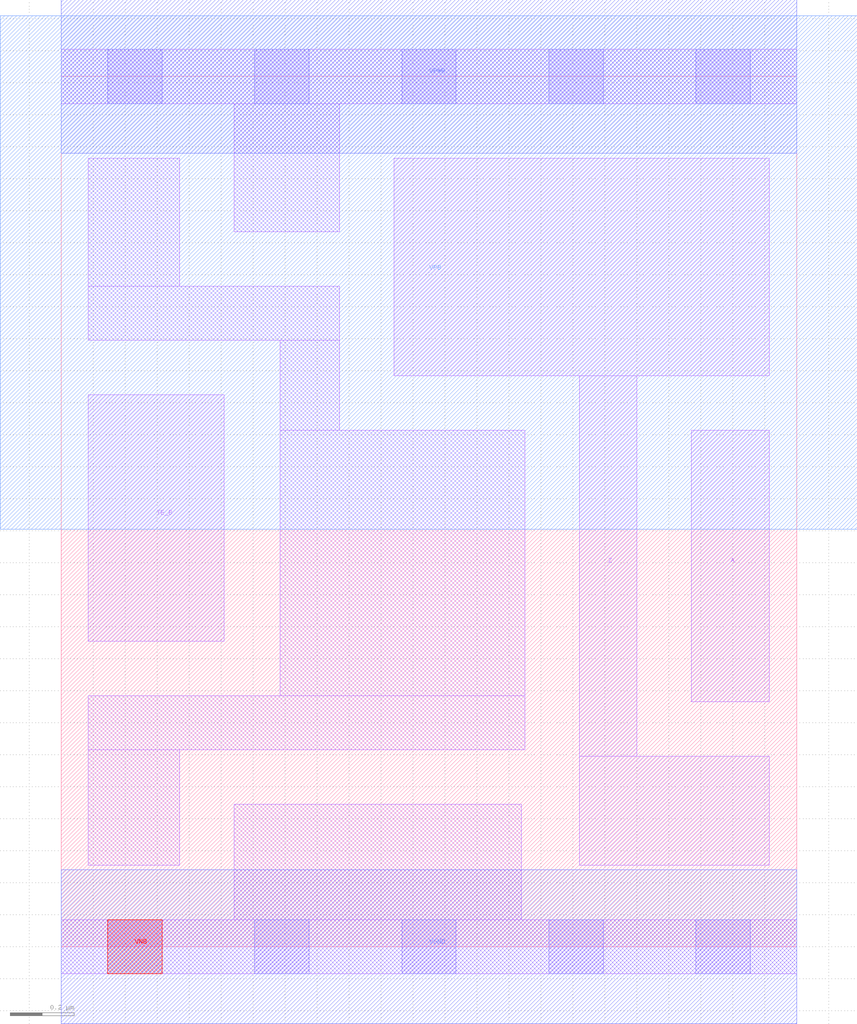
<source format=lef>
# Copyright 2020 The SkyWater PDK Authors
#
# Licensed under the Apache License, Version 2.0 (the "License");
# you may not use this file except in compliance with the License.
# You may obtain a copy of the License at
#
#     https://www.apache.org/licenses/LICENSE-2.0
#
# Unless required by applicable law or agreed to in writing, software
# distributed under the License is distributed on an "AS IS" BASIS,
# WITHOUT WARRANTIES OR CONDITIONS OF ANY KIND, either express or implied.
# See the License for the specific language governing permissions and
# limitations under the License.
#
# SPDX-License-Identifier: Apache-2.0

VERSION 5.7 ;
  NOWIREEXTENSIONATPIN ON ;
  DIVIDERCHAR "/" ;
  BUSBITCHARS "[]" ;
MACRO sky130_fd_sc_hd__einvn_1
  CLASS CORE ;
  FOREIGN sky130_fd_sc_hd__einvn_1 ;
  ORIGIN  0.000000  0.000000 ;
  SIZE  2.300000 BY  2.720000 ;
  SYMMETRY X Y R90 ;
  SITE unithd ;
  PIN A
    ANTENNAGATEAREA  0.247500 ;
    DIRECTION INPUT ;
    USE SIGNAL ;
    PORT
      LAYER li1 ;
        RECT 1.970000 0.765000 2.215000 1.615000 ;
    END
  END A
  PIN TE_B
    ANTENNAGATEAREA  0.309000 ;
    DIRECTION INPUT ;
    USE SIGNAL ;
    PORT
      LAYER li1 ;
        RECT 0.085000 0.955000 0.510000 1.725000 ;
    END
  END TE_B
  PIN Z
    ANTENNADIFFAREA  0.429000 ;
    DIRECTION OUTPUT ;
    USE SIGNAL ;
    PORT
      LAYER li1 ;
        RECT 1.040000 1.785000 2.215000 2.465000 ;
        RECT 1.620000 0.255000 2.215000 0.595000 ;
        RECT 1.620000 0.595000 1.800000 1.785000 ;
    END
  END Z
  PIN VGND
    DIRECTION INOUT ;
    SHAPE ABUTMENT ;
    USE GROUND ;
    PORT
      LAYER met1 ;
        RECT 0.000000 -0.240000 2.300000 0.240000 ;
    END
  END VGND
  PIN VNB
    DIRECTION INOUT ;
    USE GROUND ;
    PORT
      LAYER pwell ;
        RECT 0.145000 -0.085000 0.315000 0.085000 ;
    END
  END VNB
  PIN VPB
    DIRECTION INOUT ;
    USE POWER ;
    PORT
      LAYER nwell ;
        RECT -0.190000 1.305000 2.490000 2.910000 ;
    END
  END VPB
  PIN VPWR
    DIRECTION INOUT ;
    SHAPE ABUTMENT ;
    USE POWER ;
    PORT
      LAYER met1 ;
        RECT 0.000000 2.480000 2.300000 2.960000 ;
    END
  END VPWR
  OBS
    LAYER li1 ;
      RECT 0.000000 -0.085000 2.300000 0.085000 ;
      RECT 0.000000  2.635000 2.300000 2.805000 ;
      RECT 0.085000  0.255000 0.370000 0.615000 ;
      RECT 0.085000  0.615000 1.450000 0.785000 ;
      RECT 0.085000  1.895000 0.870000 2.065000 ;
      RECT 0.085000  2.065000 0.370000 2.465000 ;
      RECT 0.540000  0.085000 1.440000 0.445000 ;
      RECT 0.540000  2.235000 0.870000 2.635000 ;
      RECT 0.685000  0.785000 1.450000 1.615000 ;
      RECT 0.685000  1.615000 0.870000 1.895000 ;
    LAYER mcon ;
      RECT 0.145000 -0.085000 0.315000 0.085000 ;
      RECT 0.145000  2.635000 0.315000 2.805000 ;
      RECT 0.605000 -0.085000 0.775000 0.085000 ;
      RECT 0.605000  2.635000 0.775000 2.805000 ;
      RECT 1.065000 -0.085000 1.235000 0.085000 ;
      RECT 1.065000  2.635000 1.235000 2.805000 ;
      RECT 1.525000 -0.085000 1.695000 0.085000 ;
      RECT 1.525000  2.635000 1.695000 2.805000 ;
      RECT 1.985000 -0.085000 2.155000 0.085000 ;
      RECT 1.985000  2.635000 2.155000 2.805000 ;
  END
END sky130_fd_sc_hd__einvn_1
END LIBRARY

</source>
